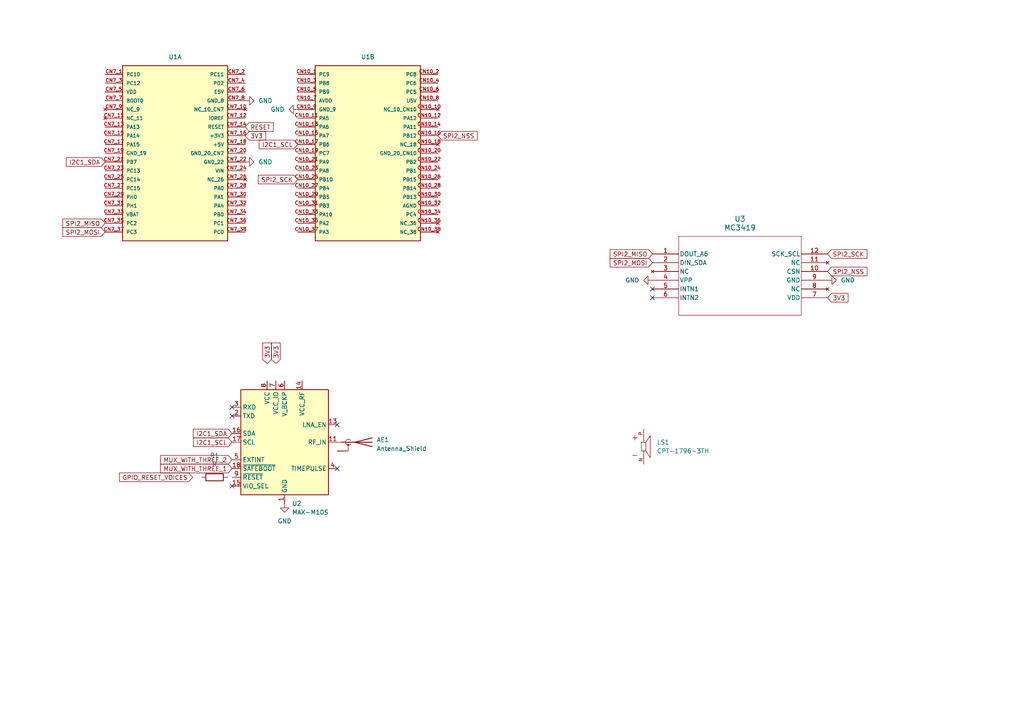
<source format=kicad_sch>
(kicad_sch (version 20250114) (generator "eeschema") (generator_version "9.0")
  (paper "A4")
  (lib_symbols
    (symbol "CPT-1796-3TH:CPT-1796-3TH" (pin_names (offset 1.016))
      (property "Reference" "LS" (at -3.8237 8.922 0))
      (property "Value" "CPT-1796-3TH" (at -3.8225 -11.4677 0))
      (symbol "CPT-1796-3TH_0_0"
        (polyline (pts (xy -3.175 2.54) (xy -1.905 2.54)) (stroke (width 0.1524)))
        (polyline (pts (xy -3.175 -2.54) (xy -1.905 -2.54)) (stroke (width 0.1524)))
        (polyline (pts (xy -2.54 3.175) (xy -2.54 1.905)) (stroke (width 0.1524)))
        (polyline (pts (xy -0.635 1.27) (xy 0 1.27)) (stroke (width 0.1524)))
        (polyline (pts (xy -0.635 -1.27) (xy -0.635 1.27)) (stroke (width 0.1524)))
        (polyline (pts (xy 0 1.27) (xy 0 2.54)) (stroke (width 0.1524)))
        (polyline (pts (xy 0 1.27) (xy 0.635 1.27)) (stroke (width 0.1524)))
        (polyline (pts (xy 0 -1.27) (xy -0.635 -1.27)) (stroke (width 0.1524)))
        (polyline (pts (xy 0 -1.27) (xy 0 -2.54)) (stroke (width 0.1524)))
        (polyline (pts (xy 0.635 1.27) (xy 0.635 -1.27)) (stroke (width 0.1524)))
        (polyline (pts (xy 0.635 1.27) (xy 1.905 3.175)) (stroke (width 0.1524)))
        (polyline (pts (xy 0.635 -1.27) (xy 0 -1.27)) (stroke (width 0.1524)))
        (polyline (pts (xy 1.905 3.175) (xy 1.905 -3.175)) (stroke (width 0.1524)))
        (polyline (pts (xy 1.905 -3.175) (xy 0.635 -1.27)) (stroke (width 0.1524)))
        (pin passive line (at 0 5.08 270) (length 2.54) (name "~") (number "P"))
        (pin passive line (at 0 -5.08 90) (length 2.54) (name "~") (number "N"))
      )
    )
    (symbol "Device:Antenna_Shield" (pin_numbers (hide yes)) (pin_names (offset 1.016) (hide yes))
      (property "Reference" "AE" (at -1.905 4.445 0))
      (property "Value" "Antenna_Shield" (at -1.905 2.54 0))
      (symbol "Antenna_Shield_0_1"
        (arc (start 0 -2.667) (mid -0.8485 -2.1032) (end -0.508 -1.143))
        (polyline (pts (xy 0 5.08) (xy 0 -3.81)) (stroke (width 0.254)))
        (polyline (pts (xy 0 -2.54) (xy 0 0)))
        (arc (start 0.508 -1.143) (mid 0.8046 -2.0885) (end 0 -2.667))
        (polyline (pts (xy 0.762 -1.905) (xy 2.54 -1.905)))
        (circle (center 0.762 -1.905) (radius 0.1778) (fill (type outline)))
        (polyline (pts (xy 1.27 5.08) (xy 0 0) (xy -1.27 5.08)) (stroke (width 0.254)))
        (polyline (pts (xy 2.54 -2.54) (xy 2.54 -1.905)))
      )
      (symbol "Antenna_Shield_1_1"
        (pin input line (at 0 -5.08 90) (length 2.54) (name "A") (number "1"))
        (pin input line (at 2.54 -5.08 90) (length 2.54) (name "Shield") (number "2"))
      )
    )
    (symbol "Device:R" (pin_numbers (hide yes)) (pin_names (offset 0))
      (property "Reference" "R" (at 2.032 0 90))
      (property "Value" "R" (at 0 0 90))
      (symbol "R_0_1"
        (rectangle (start -1.016 -2.54) (end 1.016 2.54) (stroke (width 0.254)))
      )
      (symbol "R_1_1"
        (pin passive line (at 0 3.81 270) (length 1.27) (name "~") (number "1"))
        (pin passive line (at 0 -3.81 90) (length 1.27) (name "~") (number "2"))
      )
    )
    (symbol "MC3419:MC3419" (pin_names (offset 0.254))
      (property "Reference" "U" (at 25.4 10.16 0))
      (property "Value" "MC3419" (at 25.4 7.62 0))
      (symbol "MC3419_0_1"
        (polyline (pts (xy 7.62 5.08) (xy 7.62 -17.78)) (stroke (width 0.127)))
        (polyline (pts (xy 7.62 -17.78) (xy 43.18 -17.78)) (stroke (width 0.127)))
        (polyline (pts (xy 43.18 5.08) (xy 7.62 5.08)) (stroke (width 0.127)))
        (polyline (pts (xy 43.18 -17.78) (xy 43.18 5.08)) (stroke (width 0.127)))
        (pin bidirectional line (at 0 0 0) (length 7.62) (name "DOUT_A6") (number "1"))
        (pin bidirectional line (at 0 -2.54 0) (length 7.62) (name "DIN_SDA") (number "2"))
        (pin no_connect line (at 0 -5.08 0) (length 7.62) (name "NC") (number "3"))
        (pin power_in line (at 0 -7.62 0) (length 7.62) (name "VPP") (number "4"))
        (pin output line (at 0 -10.16 0) (length 7.62) (name "INTN1") (number "5"))
        (pin output line (at 0 -12.7 0) (length 7.62) (name "INTN2") (number "6"))
        (pin input line (at 50.8 0 180) (length 7.62) (name "SCK_SCL") (number "12"))
        (pin no_connect line (at 50.8 -2.54 180) (length 7.62) (name "NC") (number "11"))
        (pin input line (at 50.8 -5.08 180) (length 7.62) (name "CSN") (number "10"))
        (pin power_out line (at 50.8 -7.62 180) (length 7.62) (name "GND") (number "9"))
        (pin no_connect line (at 50.8 -10.16 180) (length 7.62) (name "NC") (number "8"))
        (pin power_in line (at 50.8 -12.7 180) (length 7.62) (name "VDD") (number "7"))
      )
    )
    (symbol "NUCLEO-F411RE:NUCLEO-F411RE" (pin_names (offset 1.016))
      (property "Reference" "U" (at -15.24 25.908 0))
      (symbol "NUCLEO-F411RE_1_0"
        (rectangle (start -15.24 25.4) (end 15.24 -25.4) (stroke (width 0.254)) (fill (type background)))
        (pin bidirectional line (at -20.32 22.86 0) (length 5.08) (name "PC10") (number "CN7_1"))
        (pin bidirectional line (at -20.32 20.32 0) (length 5.08) (name "PC12") (number "CN7_3"))
        (pin power_in line (at -20.32 17.78 0) (length 5.08) (name "VDD") (number "CN7_5"))
        (pin bidirectional line (at -20.32 15.24 0) (length 5.08) (name "BOOT0") (number "CN7_7"))
        (pin no_connect line (at -20.32 12.7 0) (length 5.08) (name "NC_9") (number "CN7_9"))
        (pin no_connect line (at -20.32 10.16 0) (length 5.08) (name "NC_11") (number "CN7_11"))
        (pin bidirectional line (at -20.32 7.62 0) (length 5.08) (name "PA13") (number "CN7_13"))
        (pin bidirectional line (at -20.32 5.08 0) (length 5.08) (name "PA14") (number "CN7_15"))
        (pin bidirectional line (at -20.32 2.54 0) (length 5.08) (name "PA15") (number "CN7_17"))
        (pin power_in line (at -20.32 0 0) (length 5.08) (name "GND_19") (number "CN7_19"))
        (pin bidirectional line (at -20.32 -2.54 0) (length 5.08) (name "PB7") (number "CN7_21"))
        (pin bidirectional line (at -20.32 -5.08 0) (length 5.08) (name "PC13") (number "CN7_23"))
        (pin bidirectional line (at -20.32 -7.62 0) (length 5.08) (name "PC14") (number "CN7_25"))
        (pin bidirectional line (at -20.32 -10.16 0) (length 5.08) (name "PC15") (number "CN7_27"))
        (pin bidirectional line (at -20.32 -12.7 0) (length 5.08) (name "PH0") (number "CN7_29"))
        (pin bidirectional line (at -20.32 -15.24 0) (length 5.08) (name "PH1") (number "CN7_31"))
        (pin power_in line (at -20.32 -17.78 0) (length 5.08) (name "VBAT") (number "CN7_33"))
        (pin bidirectional line (at -20.32 -20.32 0) (length 5.08) (name "PC2") (number "CN7_35"))
        (pin bidirectional line (at -20.32 -22.86 0) (length 5.08) (name "PC3") (number "CN7_37"))
        (pin bidirectional line (at 20.32 22.86 180) (length 5.08) (name "PC11") (number "CN7_2"))
        (pin bidirectional line (at 20.32 20.32 180) (length 5.08) (name "PD2") (number "CN7_4"))
        (pin power_in line (at 20.32 17.78 180) (length 5.08) (name "E5V") (number "CN7_6"))
        (pin power_in line (at 20.32 15.24 180) (length 5.08) (name "GND_8") (number "CN7_8"))
        (pin no_connect line (at 20.32 12.7 180) (length 5.08) (name "NC_10_CN7") (number "CN7_10"))
        (pin bidirectional line (at 20.32 10.16 180) (length 5.08) (name "IOREF") (number "CN7_12"))
        (pin bidirectional line (at 20.32 7.62 180) (length 5.08) (name "RESET") (number "CN7_14"))
        (pin power_in line (at 20.32 5.08 180) (length 5.08) (name "+3V3") (number "CN7_16"))
        (pin power_in line (at 20.32 2.54 180) (length 5.08) (name "+5V") (number "CN7_18"))
        (pin power_in line (at 20.32 0 180) (length 5.08) (name "GND_20_CN7") (number "CN7_20"))
        (pin power_in line (at 20.32 -2.54 180) (length 5.08) (name "GND_22") (number "CN7_22"))
        (pin bidirectional line (at 20.32 -5.08 180) (length 5.08) (name "VIN") (number "CN7_24"))
        (pin no_connect line (at 20.32 -7.62 180) (length 5.08) (name "NC_26") (number "CN7_26"))
        (pin bidirectional line (at 20.32 -10.16 180) (length 5.08) (name "PA0") (number "CN7_28"))
        (pin bidirectional line (at 20.32 -12.7 180) (length 5.08) (name "PA1") (number "CN7_30"))
        (pin bidirectional line (at 20.32 -15.24 180) (length 5.08) (name "PA4") (number "CN7_32"))
        (pin bidirectional line (at 20.32 -17.78 180) (length 5.08) (name "PB0") (number "CN7_34"))
        (pin bidirectional line (at 20.32 -20.32 180) (length 5.08) (name "PC1") (number "CN7_36"))
        (pin bidirectional line (at 20.32 -22.86 180) (length 5.08) (name "PC0") (number "CN7_38"))
      )
      (symbol "NUCLEO-F411RE_2_0"
        (rectangle (start -15.24 -25.4) (end 15.24 25.4) (stroke (width 0.254)) (fill (type background)))
        (pin bidirectional line (at -20.32 22.86 0) (length 5.08) (name "PC9") (number "CN10_1"))
        (pin bidirectional line (at -20.32 20.32 0) (length 5.08) (name "PB8") (number "CN10_3"))
        (pin bidirectional line (at -20.32 17.78 0) (length 5.08) (name "PB9") (number "CN10_5"))
        (pin power_in line (at -20.32 15.24 0) (length 5.08) (name "AVDD") (number "CN10_7"))
        (pin power_in line (at -20.32 12.7 0) (length 5.08) (name "GND_9") (number "CN10_9"))
        (pin bidirectional line (at -20.32 10.16 0) (length 5.08) (name "PA5") (number "CN10_11"))
        (pin bidirectional line (at -20.32 7.62 0) (length 5.08) (name "PA6") (number "CN10_13"))
        (pin bidirectional line (at -20.32 5.08 0) (length 5.08) (name "PA7") (number "CN10_15"))
        (pin bidirectional line (at -20.32 2.54 0) (length 5.08) (name "PB6") (number "CN10_17"))
        (pin bidirectional line (at -20.32 0 0) (length 5.08) (name "PC7") (number "CN10_19"))
        (pin bidirectional line (at -20.32 -2.54 0) (length 5.08) (name "PA9") (number "CN10_21"))
        (pin bidirectional line (at -20.32 -5.08 0) (length 5.08) (name "PA8") (number "CN10_23"))
        (pin bidirectional line (at -20.32 -7.62 0) (length 5.08) (name "PB10") (number "CN10_25"))
        (pin bidirectional line (at -20.32 -10.16 0) (length 5.08) (name "PB4") (number "CN10_27"))
        (pin bidirectional line (at -20.32 -12.7 0) (length 5.08) (name "PB5") (number "CN10_29"))
        (pin bidirectional line (at -20.32 -15.24 0) (length 5.08) (name "PB3") (number "CN10_31"))
        (pin bidirectional line (at -20.32 -17.78 0) (length 5.08) (name "PA10") (number "CN10_33"))
        (pin bidirectional line (at -20.32 -20.32 0) (length 5.08) (name "PA2") (number "CN10_35"))
        (pin bidirectional line (at -20.32 -22.86 0) (length 5.08) (name "PA3") (number "CN10_37"))
        (pin bidirectional line (at 20.32 22.86 180) (length 5.08) (name "PC8") (number "CN10_2"))
        (pin bidirectional line (at 20.32 20.32 180) (length 5.08) (name "PC6") (number "CN10_4"))
        (pin bidirectional line (at 20.32 17.78 180) (length 5.08) (name "PC5") (number "CN10_6"))
        (pin power_in line (at 20.32 15.24 180) (length 5.08) (name "U5V") (number "CN10_8"))
        (pin no_connect line (at 20.32 12.7 180) (length 5.08) (name "NC_10_CN10") (number "CN10_10"))
        (pin bidirectional line (at 20.32 10.16 180) (length 5.08) (name "PA12") (number "CN10_12"))
        (pin bidirectional line (at 20.32 7.62 180) (length 5.08) (name "PA11") (number "CN10_14"))
        (pin bidirectional line (at 20.32 5.08 180) (length 5.08) (name "PB12") (number "CN10_16"))
        (pin no_connect line (at 20.32 2.54 180) (length 5.08) (name "NC_18") (number "CN10_18"))
        (pin power_in line (at 20.32 0 180) (length 5.08) (name "GND_20_CN10") (number "CN10_20"))
        (pin bidirectional line (at 20.32 -2.54 180) (length 5.08) (name "PB2") (number "CN10_22"))
        (pin bidirectional line (at 20.32 -5.08 180) (length 5.08) (name "PB1") (number "CN10_24"))
        (pin bidirectional line (at 20.32 -7.62 180) (length 5.08) (name "PB15") (number "CN10_26"))
        (pin bidirectional line (at 20.32 -10.16 180) (length 5.08) (name "PB14") (number "CN10_28"))
        (pin bidirectional line (at 20.32 -12.7 180) (length 5.08) (name "PB13") (number "CN10_30"))
        (pin power_in line (at 20.32 -15.24 180) (length 5.08) (name "AGND") (number "CN10_32"))
        (pin bidirectional line (at 20.32 -17.78 180) (length 5.08) (name "PC4") (number "CN10_34"))
        (pin no_connect line (at 20.32 -20.32 180) (length 5.08) (name "NC_36") (number "CN10_36"))
        (pin no_connect line (at 20.32 -22.86 180) (length 5.08) (name "NC_38") (number "CN10_38"))
      )
    )
    (symbol "RF_GPS:MAX-M10S"
      (property "Reference" "U" (at -10.16 16.51 0))
      (property "Value" "MAX-M10S" (at 11.43 16.51 0))
      (symbol "MAX-M10S_0_1"
        (rectangle (start 12.7 15.24) (end -12.7 -15.24) (stroke (width 0.254)) (fill (type background)))
      )
      (symbol "MAX-M10S_1_1"
        (pin input line (at -15.24 10.16 0) (length 2.54) (name "RXD") (number "3"))
        (pin output line (at -15.24 7.62 0) (length 2.54) (name "TXD") (number "2"))
        (pin bidirectional line (at -15.24 2.54 0) (length 2.54) (name "SDA") (number "16"))
        (pin input line (at -15.24 0 0) (length 2.54) (name "SCL") (number "17"))
        (pin input line (at -15.24 -5.08 0) (length 2.54) (name "EXTINT") (number "5"))
        (pin input line (at -15.24 -7.62 0) (length 2.54) (name "~{SAFEBOOT}") (number "18"))
        (pin input line (at -15.24 -10.16 0) (length 2.54) (name "~{RESET}") (number "9"))
        (pin input line (at -15.24 -12.7 0) (length 2.54) (name "VIO_SEL") (number "15"))
        (pin power_in line (at -5.08 17.78 270) (length 2.54) (name "VCC") (number "8"))
        (pin power_in line (at -2.54 17.78 270) (length 2.54) (name "VCC_IO") (number "7"))
        (pin power_in line (at 0 17.78 270) (length 2.54) (name "V_BCKP") (number "6"))
        (pin power_in line (at 0 -17.78 90) (length 2.54) (name "GND") (number "1"))
        (pin passive line (at 0 -17.78 90) (length 2.54) (hide yes) (name "GND") (number "10"))
        (pin passive line (at 0 -17.78 90) (length 2.54) (hide yes) (name "GND") (number "12"))
        (pin power_out line (at 5.08 17.78 270) (length 2.54) (name "VCC_RF") (number "14"))
        (pin output line (at 15.24 5.08 180) (length 2.54) (name "LNA_EN") (number "13"))
        (pin input line (at 15.24 0 180) (length 2.54) (name "RF_IN") (number "11"))
        (pin output line (at 15.24 -7.62 180) (length 2.54) (name "TIMEPULSE") (number "4"))
      )
    )
    (symbol "power:GND" (power) (pin_numbers (hide yes)) (pin_names (offset 0) (hide yes))
      (property "Value" "GND" (at 0 -3.81 0))
      (symbol "GND_0_1"
        (polyline (pts (xy 0 0) (xy 0 -1.27) (xy 1.27 -1.27) (xy 0 -2.54) (xy -1.27 -1.27) (xy 0 -1.27)))
      )
      (symbol "GND_1_1"
        (pin power_in line (at 0 0 270) (length 0) (name "~") (number "1"))
      )
    )
  )
  (no_connect (at 189.23 83.82))
  (no_connect (at 189.23 86.36))
  (no_connect (at 97.79 123.19))
  (no_connect (at 97.79 135.89))
  (no_connect (at 67.31 118.11))
  (no_connect (at 67.31 140.97))
  (no_connect (at 67.31 120.65))
  (global_label "3V3" (shape input) (at 80.01 105.41 90) (property "Intersheetrefs" "${INTERSHEET_REFS}" (effects (hide yes))))
  (global_label "SPI2_MOSI" (shape input) (at 189.23 76.2 180) (property "Intersheetrefs" "${INTERSHEET_REFS}" (effects (hide yes))))
  (global_label "MUX_WITH_THREE_1" (shape input) (at 67.31 135.89 180) (property "Intersheetrefs" "${INTERSHEET_REFS}" (effects (hide yes))))
  (global_label "SPI2_MOSI" (shape input) (at 30.48 67.31 180) (property "Intersheetrefs" "${INTERSHEET_REFS}" (effects (hide yes))))
  (global_label "I2C1_SDA" (shape input) (at 30.48 46.99 180) (property "Intersheetrefs" "${INTERSHEET_REFS}" (effects (hide yes))))
  (global_label "MUX_WITH_THREE_2" (shape input) (at 67.31 133.35 180) (property "Intersheetrefs" "${INTERSHEET_REFS}" (effects (hide yes))))
  (global_label "3V3" (shape input) (at 71.12 39.37 0) (property "Intersheetrefs" "${INTERSHEET_REFS}" (effects (hide yes))))
  (global_label "SPI2_NSS" (shape input) (at 127 39.37 0) (property "Intersheetrefs" "${INTERSHEET_REFS}" (effects (hide yes))))
  (global_label "I2C1_SDA" (shape input) (at 67.31 125.73 180) (property "Intersheetrefs" "${INTERSHEET_REFS}" (effects (hide yes))))
  (global_label "GPIO_RESET_VOICES" (shape input) (at 55.88 138.43 180) (property "Intersheetrefs" "${INTERSHEET_REFS}" (effects (hide yes))))
  (global_label "I2C1_SCL" (shape input) (at 86.36 41.91 180) (property "Intersheetrefs" "${INTERSHEET_REFS}" (effects (hide yes))))
  (global_label "SPI2_SCK" (shape input) (at 240.03 73.66 0) (property "Intersheetrefs" "${INTERSHEET_REFS}" (effects (hide yes))))
  (global_label "SPI2_MISO" (shape input) (at 30.48 64.77 180) (property "Intersheetrefs" "${INTERSHEET_REFS}" (effects (hide yes))))
  (global_label "RESET" (shape input) (at 71.12 36.83 0) (property "Intersheetrefs" "${INTERSHEET_REFS}" (effects (hide yes))))
  (global_label "SPI2_NSS" (shape input) (at 240.03 78.74 0) (property "Intersheetrefs" "${INTERSHEET_REFS}" (effects (hide yes))))
  (global_label "SPI2_MISO" (shape input) (at 189.23 73.66 180) (property "Intersheetrefs" "${INTERSHEET_REFS}" (effects (hide yes))))
  (global_label "3V3" (shape input) (at 77.47 105.41 90) (property "Intersheetrefs" "${INTERSHEET_REFS}" (effects (hide yes))))
  (global_label "SPI2_SCK" (shape input) (at 86.36 52.07 180) (property "Intersheetrefs" "${INTERSHEET_REFS}" (effects (hide yes))))
  (global_label "3V3" (shape input) (at 240.03 86.36 0) (property "Intersheetrefs" "${INTERSHEET_REFS}" (effects (hide yes))))
  (global_label "I2C1_SCL" (shape input) (at 67.31 128.27 180) (property "Intersheetrefs" "${INTERSHEET_REFS}" (effects (hide yes))))
  (symbol (lib_id "MC3419:MC3419") (at 189.23 73.66 0) (unit 1)
    (property "Reference" "U3" (at 214.63 63.5 0) (effects (font (size 1.524 1.524))))
    (property "Value" "MC3419" (at 214.63 66.04 0) (effects (font (size 1.524 1.524))))
    (property "Footprint" "VLGA-12_MEM" (effects (hide yes)))
    (property "Datasheet" "MC3419" (effects (hide yes)))
  )
  (symbol (lib_id "power:GND") (at 189.23 81.28 270) (unit 1)
    (property "Reference" "#PWR06" (effects (hide yes)))
    (property "Value" "GND" (at 185.42 81.2799 90) (effects (justify right)))
    (property "Description" "Power symbol creates a global label with name \"GND\" , ground" (effects (hide yes)))
  )
  (symbol (lib_id "power:GND") (at 82.55 146.05 0) (unit 1)
    (property "Reference" "#PWR04" (effects (hide yes)))
    (property "Value" "GND" (at 82.55 151.13 0))
    (property "Description" "Power symbol creates a global label with name \"GND\" , ground" (effects (hide yes)))
  )
  (symbol (lib_id "NUCLEO-F411RE:NUCLEO-F411RE") (at 106.68 44.45 0) (unit 2)
    (property "Reference" "U1" (at 106.68 16.51 0))
    (property "Value" "NUCLEO-F411RE" (effects (hide yes)))
    (property "Footprint" "NUCLEO-F411RE:BOARD_NUCLEO-F411RE" (effects (hide yes)))
    (property "Package" "None" (effects (hide yes)))
    (property "Price" "None" (effects (hide yes)))
  )
  (symbol (lib_id "power:GND") (at 240.03 81.28 90) (unit 1)
    (property "Reference" "#PWR05" (effects (hide yes)))
    (property "Value" "GND" (at 243.84 81.2799 90) (effects (justify right)))
    (property "Description" "Power symbol creates a global label with name \"GND\" , ground" (effects (hide yes)))
  )
  (symbol (lib_id "CPT-1796-3TH:CPT-1796-3TH") (at 186.69 129.54 0) (unit 1)
    (property "Reference" "LS1" (at 190.5 128.2699 0) (effects (justify left)))
    (property "Value" "CPT-1796-3TH" (at 190.5 130.8099 0) (effects (justify left)))
    (property "Footprint" "CPT-1796-3TH:SPKR_CPT-1796-3TH" (effects (hide yes)))
    (property "MF" "Same Sky" (effects (hide yes)))
    (property "MAXIMUM_PACKAGE_HEIGHT" "9.6mm" (effects (hide yes)))
    (property "CREATOR" "DIZAR" (effects (hide yes)))
    (property "Price" "None" (effects (hide yes)))
    (property "Package" "Package" (effects (hide yes)))
    (property "Check_prices" "https://www.snapeda.com/parts/CPT-1796-3TH/Same+Sky/view-part/?ref=eda" (effects (hide yes)))
    (property "STANDARD" "Manufacturer Recommendations" (effects (hide yes)))
    (property "PARTREV" "1.0" (effects (hide yes)))
    (property "SnapEDA_Link" "https://www.snapeda.com/parts/CPT-1796-3TH/Same+Sky/view-part/?ref=snap" (effects (hide yes)))
    (property "MP" "CPT-1796-3TH" (effects (hide yes)))
    (property "Description_1" "Buzzers Transducer, Externally Driven Piezo 3 V 3mA 2kHz 70dB @ 3V, 10cm Through Hole PC Pins" (effects (hide yes)))
    (property "Availability" "In Stock" (effects (hide yes)))
    (property "MANUFACTURER" "Same Sky" (effects (hide yes)))
  )
  (symbol (lib_id "Device:R") (at 62.23 138.43 270) (unit 1)
    (property "Reference" "R1" (at 62.23 132.08 90))
    (property "Value" "R" (at 62.23 134.62 90))
    (property "Description" "Resistor" (effects (hide yes)))
  )
  (symbol (lib_id "power:GND") (at 71.12 29.21 90) (unit 1)
    (property "Reference" "#PWR03" (effects (hide yes)))
    (property "Value" "GND" (at 74.93 29.2099 90) (effects (justify right)))
    (property "Description" "Power symbol creates a global label with name \"GND\" , ground" (effects (hide yes)))
  )
  (symbol (lib_id "RF_GPS:MAX-M10S") (at 82.55 128.27 0) (unit 1)
    (property "Reference" "U2" (at 84.6933 146.05 0) (effects (justify left)))
    (property "Value" "MAX-M10S" (at 84.6933 148.59 0) (effects (justify left)))
    (property "Footprint" "RF_GPS:ublox_MAX" (effects (hide yes)))
    (property "Datasheet" "https://content.u-blox.com/sites/default/files/MAX-M10S_DataSheet_UBX-20035208.pdf" (effects (hide yes)))
    (property "Description" "GNSS Module MAX M10, VCC 1.65V to 3.6V" (effects (hide yes)))
  )
  (symbol (lib_id "Device:Antenna_Shield") (at 102.87 128.27 270) (unit 1)
    (property "Reference" "AE1" (at 109.22 127.5714 90) (effects (justify left)))
    (property "Value" "Antenna_Shield" (at 109.22 130.1114 90) (effects (justify left)))
    (property "Description" "Antenna with extra pin for shielding" (effects (hide yes)))
  )
  (symbol (lib_id "power:GND") (at 71.12 46.99 90) (unit 1)
    (property "Reference" "#PWR02" (effects (hide yes)))
    (property "Value" "GND" (at 74.93 46.9899 90) (effects (justify right)))
    (property "Description" "Power symbol creates a global label with name \"GND\" , ground" (effects (hide yes)))
  )
  (symbol (lib_id "NUCLEO-F411RE:NUCLEO-F411RE") (at 50.8 44.45 0) (unit 1)
    (property "Reference" "U1" (at 50.8 16.51 0))
    (property "Value" "NUCLEO-F411RE" (effects (hide yes)))
    (property "Footprint" "NUCLEO-F411RE:BOARD_NUCLEO-F411RE" (effects (hide yes)))
    (property "Package" "None" (effects (hide yes)))
    (property "Price" "None" (effects (hide yes)))
  )
  (symbol (lib_id "power:GND") (at 86.36 31.75 270) (unit 1)
    (property "Reference" "#PWR01" (effects (hide yes)))
    (property "Value" "GND" (at 82.55 31.7499 90) (effects (justify right)))
    (property "Description" "Power symbol creates a global label with name \"GND\" , ground" (effects (hide yes)))
  )
)
</source>
